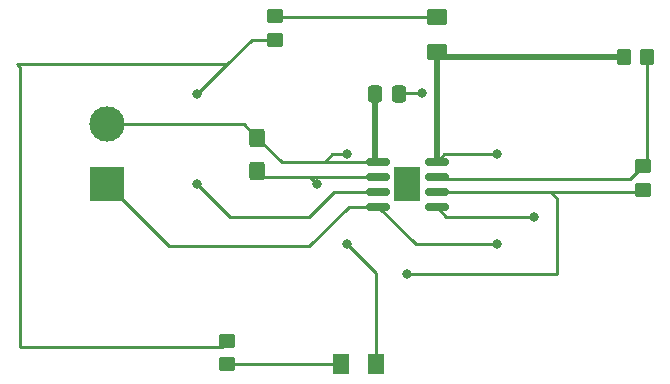
<source format=gbr>
%TF.GenerationSoftware,KiCad,Pcbnew,(6.0.10)*%
%TF.CreationDate,2023-02-17T09:21:36-08:00*%
%TF.ProjectId,Exercise2,45786572-6369-4736-9532-2e6b69636164,rev?*%
%TF.SameCoordinates,Original*%
%TF.FileFunction,Copper,L1,Top*%
%TF.FilePolarity,Positive*%
%FSLAX46Y46*%
G04 Gerber Fmt 4.6, Leading zero omitted, Abs format (unit mm)*
G04 Created by KiCad (PCBNEW (6.0.10)) date 2023-02-17 09:21:36*
%MOMM*%
%LPD*%
G01*
G04 APERTURE LIST*
G04 Aperture macros list*
%AMRoundRect*
0 Rectangle with rounded corners*
0 $1 Rounding radius*
0 $2 $3 $4 $5 $6 $7 $8 $9 X,Y pos of 4 corners*
0 Add a 4 corners polygon primitive as box body*
4,1,4,$2,$3,$4,$5,$6,$7,$8,$9,$2,$3,0*
0 Add four circle primitives for the rounded corners*
1,1,$1+$1,$2,$3*
1,1,$1+$1,$4,$5*
1,1,$1+$1,$6,$7*
1,1,$1+$1,$8,$9*
0 Add four rect primitives between the rounded corners*
20,1,$1+$1,$2,$3,$4,$5,0*
20,1,$1+$1,$4,$5,$6,$7,0*
20,1,$1+$1,$6,$7,$8,$9,0*
20,1,$1+$1,$8,$9,$2,$3,0*%
G04 Aperture macros list end*
%TA.AperFunction,SMDPad,CuDef*%
%ADD10RoundRect,0.250000X0.337500X0.475000X-0.337500X0.475000X-0.337500X-0.475000X0.337500X-0.475000X0*%
%TD*%
%TA.AperFunction,SMDPad,CuDef*%
%ADD11RoundRect,0.250000X-0.450000X0.350000X-0.450000X-0.350000X0.450000X-0.350000X0.450000X0.350000X0*%
%TD*%
%TA.AperFunction,SMDPad,CuDef*%
%ADD12RoundRect,0.150000X-0.825000X-0.150000X0.825000X-0.150000X0.825000X0.150000X-0.825000X0.150000X0*%
%TD*%
%TA.AperFunction,SMDPad,CuDef*%
%ADD13R,2.290000X3.000000*%
%TD*%
%TA.AperFunction,SMDPad,CuDef*%
%ADD14RoundRect,0.250000X-0.350000X-0.450000X0.350000X-0.450000X0.350000X0.450000X-0.350000X0.450000X0*%
%TD*%
%TA.AperFunction,ComponentPad*%
%ADD15R,3.000000X3.000000*%
%TD*%
%TA.AperFunction,ComponentPad*%
%ADD16C,3.000000*%
%TD*%
%TA.AperFunction,SMDPad,CuDef*%
%ADD17RoundRect,0.250001X0.462499X0.624999X-0.462499X0.624999X-0.462499X-0.624999X0.462499X-0.624999X0*%
%TD*%
%TA.AperFunction,SMDPad,CuDef*%
%ADD18RoundRect,0.250000X0.425000X-0.537500X0.425000X0.537500X-0.425000X0.537500X-0.425000X-0.537500X0*%
%TD*%
%TA.AperFunction,SMDPad,CuDef*%
%ADD19RoundRect,0.250001X-0.624999X0.462499X-0.624999X-0.462499X0.624999X-0.462499X0.624999X0.462499X0*%
%TD*%
%TA.AperFunction,ViaPad*%
%ADD20C,0.800000*%
%TD*%
%TA.AperFunction,Conductor*%
%ADD21C,0.254000*%
%TD*%
%TA.AperFunction,Conductor*%
%ADD22C,0.508000*%
%TD*%
G04 APERTURE END LIST*
D10*
%TO.P,C2,1*%
%TO.N,Net-(C2-Pad1)*%
X113612500Y-73660000D03*
%TO.P,C2,2*%
%TO.N,GND*%
X111537500Y-73660000D03*
%TD*%
D11*
%TO.P,R4,1*%
%TO.N,/pin_3*%
X99060000Y-94520000D03*
%TO.P,R4,2*%
%TO.N,Net-(D2-Pad2)*%
X99060000Y-96520000D03*
%TD*%
D12*
%TO.P,U1,1,GND*%
%TO.N,GND*%
X111825000Y-79375000D03*
%TO.P,U1,2,TR*%
%TO.N,/pin_2*%
X111825000Y-80645000D03*
%TO.P,U1,3,Q*%
%TO.N,/pin_3*%
X111825000Y-81915000D03*
%TO.P,U1,4,R*%
%TO.N,+9V*%
X111825000Y-83185000D03*
%TO.P,U1,5,CV*%
%TO.N,Net-(C2-Pad1)*%
X116775000Y-83185000D03*
%TO.P,U1,6,THR*%
%TO.N,/pin_2*%
X116775000Y-81915000D03*
%TO.P,U1,7,DIS*%
%TO.N,/pin_7*%
X116775000Y-80645000D03*
%TO.P,U1,8,VCC*%
%TO.N,+9V*%
X116775000Y-79375000D03*
D13*
%TO.P,U1,9*%
%TO.N,N/C*%
X114300000Y-81280000D03*
%TD*%
D14*
%TO.P,R1,1*%
%TO.N,+9V*%
X132620000Y-70495000D03*
%TO.P,R1,2*%
%TO.N,/pin_7*%
X134620000Y-70495000D03*
%TD*%
D15*
%TO.P,J1,1,Pin_1*%
%TO.N,+9V*%
X88900000Y-81280000D03*
D16*
%TO.P,J1,2,Pin_2*%
%TO.N,GND*%
X88900000Y-76200000D03*
%TD*%
D17*
%TO.P,D2,1,K*%
%TO.N,GND*%
X111647500Y-96520000D03*
%TO.P,D2,2,A*%
%TO.N,Net-(D2-Pad2)*%
X108672500Y-96520000D03*
%TD*%
D11*
%TO.P,R3,1*%
%TO.N,Net-(D1-Pad1)*%
X103070000Y-67040000D03*
%TO.P,R3,2*%
%TO.N,/pin_3*%
X103070000Y-69040000D03*
%TD*%
D18*
%TO.P,C1,1*%
%TO.N,/pin_2*%
X101600000Y-80177500D03*
%TO.P,C1,2*%
%TO.N,GND*%
X101600000Y-77302500D03*
%TD*%
D19*
%TO.P,D1,1,K*%
%TO.N,Net-(D1-Pad1)*%
X116840000Y-67092500D03*
%TO.P,D1,2,A*%
%TO.N,+9V*%
X116840000Y-70067500D03*
%TD*%
D11*
%TO.P,R2,1*%
%TO.N,/pin_7*%
X134210000Y-79740000D03*
%TO.P,R2,2*%
%TO.N,/pin_2*%
X134210000Y-81740000D03*
%TD*%
D20*
%TO.N,/pin_2*%
X106680000Y-81280000D03*
X114300000Y-88900000D03*
%TO.N,GND*%
X109220000Y-78740000D03*
X109220000Y-86360000D03*
%TO.N,Net-(C2-Pad1)*%
X125000000Y-84000000D03*
X115500000Y-73500000D03*
%TO.N,+9V*%
X121920000Y-78740000D03*
X121920000Y-86360000D03*
%TO.N,/pin_3*%
X96520000Y-81280000D03*
X96520000Y-73660000D03*
%TD*%
D21*
%TO.N,/pin_2*%
X106045000Y-80645000D02*
X107315000Y-80645000D01*
X107315000Y-80645000D02*
X111825000Y-80645000D01*
X126365000Y-81915000D02*
X125095000Y-81915000D01*
X127000000Y-82500000D02*
X126500000Y-82000000D01*
X127000000Y-88900000D02*
X127000000Y-82500000D01*
X128905000Y-81915000D02*
X126365000Y-81915000D01*
X125095000Y-81915000D02*
X116775000Y-81915000D01*
X114300000Y-88900000D02*
X127000000Y-88900000D01*
X134210000Y-81740000D02*
X134035000Y-81915000D01*
X102067500Y-80645000D02*
X106045000Y-80645000D01*
X101600000Y-80177500D02*
X102067500Y-80645000D01*
X134035000Y-81915000D02*
X128905000Y-81915000D01*
X106045000Y-80645000D02*
X106680000Y-81280000D01*
%TO.N,GND*%
X111647500Y-96520000D02*
X111647500Y-88787500D01*
X111647500Y-88787500D02*
X109220000Y-86360000D01*
X103672500Y-79375000D02*
X107315000Y-79375000D01*
X107315000Y-79375000D02*
X111825000Y-79375000D01*
X107950000Y-78740000D02*
X107315000Y-79375000D01*
X109220000Y-78740000D02*
X107950000Y-78740000D01*
D22*
X111537500Y-73660000D02*
X111537500Y-79087500D01*
D21*
X100497500Y-76200000D02*
X101600000Y-77302500D01*
D22*
X111537500Y-79087500D02*
X111825000Y-79375000D01*
D21*
X88900000Y-76200000D02*
X100497500Y-76200000D01*
X101600000Y-77302500D02*
X103672500Y-79375000D01*
%TO.N,Net-(C2-Pad1)*%
X117590000Y-84000000D02*
X125000000Y-84000000D01*
X113772500Y-73500000D02*
X113612500Y-73660000D01*
X115500000Y-73500000D02*
X113772500Y-73500000D01*
X116775000Y-83185000D02*
X117590000Y-84000000D01*
%TO.N,Net-(D1-Pad1)*%
X103122500Y-67092500D02*
X116840000Y-67092500D01*
X103070000Y-67040000D02*
X103122500Y-67092500D01*
%TO.N,+9V*%
X111825000Y-83185000D02*
X109315000Y-83185000D01*
D22*
X116840000Y-79310000D02*
X116775000Y-79375000D01*
X132620000Y-70495000D02*
X117267500Y-70495000D01*
D21*
X115000000Y-86360000D02*
X121920000Y-86360000D01*
X111825000Y-83185000D02*
X115000000Y-86360000D01*
D22*
X116840000Y-70067500D02*
X116840000Y-79310000D01*
X117267500Y-70495000D02*
X116840000Y-70067500D01*
D21*
X117410000Y-78740000D02*
X116775000Y-79375000D01*
X121920000Y-78740000D02*
X117410000Y-78740000D01*
X109315000Y-83185000D02*
X106000000Y-86500000D01*
X106000000Y-86500000D02*
X94120000Y-86500000D01*
X94120000Y-86500000D02*
X88900000Y-81280000D01*
%TO.N,Net-(D2-Pad2)*%
X108672500Y-96520000D02*
X99060000Y-96520000D01*
%TO.N,/pin_7*%
X116943000Y-80813000D02*
X133137000Y-80813000D01*
X134620000Y-79330000D02*
X134210000Y-79740000D01*
X134620000Y-70495000D02*
X134620000Y-79330000D01*
X133137000Y-80813000D02*
X134210000Y-79740000D01*
X116775000Y-80645000D02*
X116943000Y-80813000D01*
%TO.N,/pin_3*%
X108085000Y-81915000D02*
X106000000Y-84000000D01*
X106000000Y-84000000D02*
X99240000Y-84000000D01*
X96520000Y-73660000D02*
X99060000Y-71120000D01*
X81280000Y-71120000D02*
X99060000Y-71120000D01*
X99060000Y-71120000D02*
X101140000Y-69040000D01*
X98580000Y-95000000D02*
X99060000Y-94520000D01*
X101140000Y-69040000D02*
X103070000Y-69040000D01*
X99240000Y-84000000D02*
X96520000Y-81280000D01*
X111825000Y-81915000D02*
X108085000Y-81915000D01*
X81500000Y-95000000D02*
X98580000Y-95000000D01*
X81500000Y-71340000D02*
X81500000Y-95000000D01*
X81280000Y-71120000D02*
X81500000Y-71340000D01*
%TD*%
M02*

</source>
